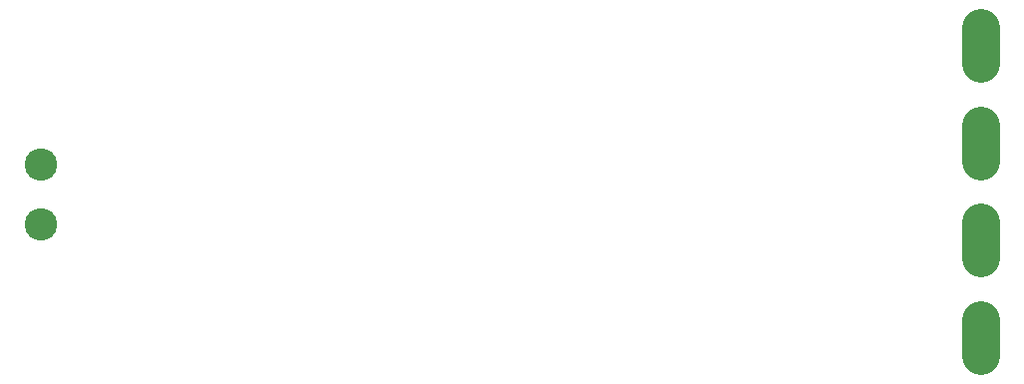
<source format=gbr>
G04 EAGLE Gerber RS-274X export*
G75*
%MOMM*%
%FSLAX34Y34*%
%LPD*%
%INSoldermask Top*%
%IPPOS*%
%AMOC8*
5,1,8,0,0,1.08239X$1,22.5*%
G01*
%ADD10C,3.251200*%
%ADD11C,2.743200*%


D10*
X937400Y236500D02*
X937400Y206020D01*
X937400Y288520D02*
X937400Y319000D01*
X937400Y371020D02*
X937400Y401500D01*
X937400Y453570D02*
X937400Y484050D01*
D11*
X139700Y368300D03*
X139700Y317500D03*
M02*

</source>
